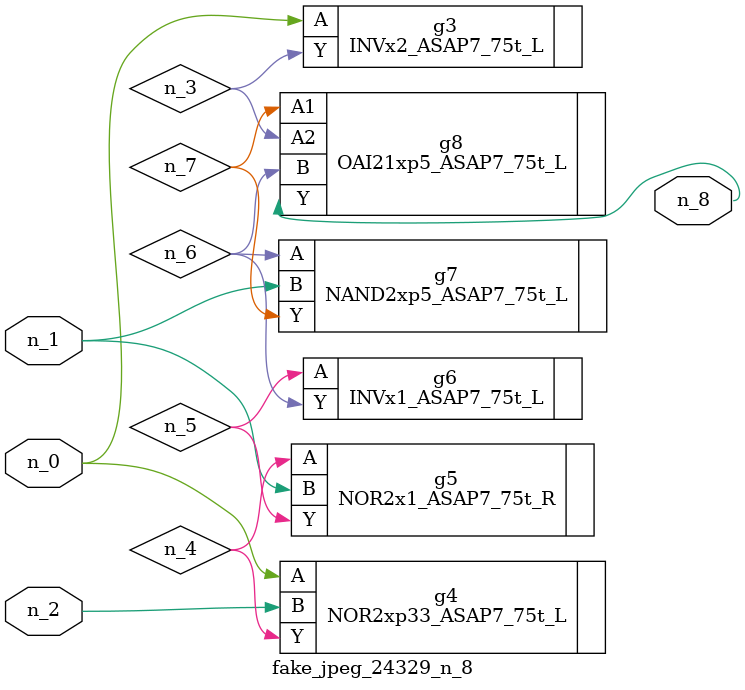
<source format=v>
module fake_jpeg_24329_n_8 (n_0, n_2, n_1, n_8);

input n_0;
input n_2;
input n_1;

output n_8;

wire n_3;
wire n_4;
wire n_6;
wire n_5;
wire n_7;

INVx2_ASAP7_75t_L g3 ( 
.A(n_0),
.Y(n_3)
);

NOR2xp33_ASAP7_75t_L g4 ( 
.A(n_0),
.B(n_2),
.Y(n_4)
);

NOR2x1_ASAP7_75t_R g5 ( 
.A(n_4),
.B(n_1),
.Y(n_5)
);

INVx1_ASAP7_75t_L g6 ( 
.A(n_5),
.Y(n_6)
);

NAND2xp5_ASAP7_75t_L g7 ( 
.A(n_6),
.B(n_1),
.Y(n_7)
);

OAI21xp5_ASAP7_75t_L g8 ( 
.A1(n_7),
.A2(n_3),
.B(n_6),
.Y(n_8)
);


endmodule
</source>
